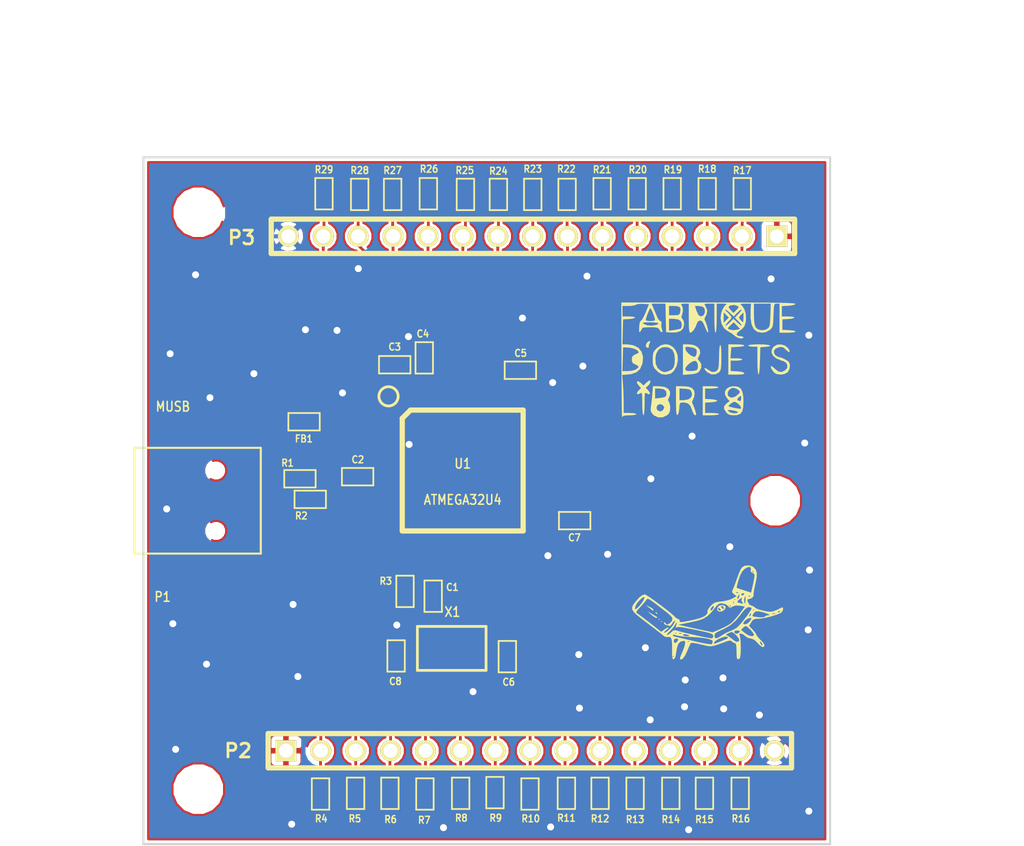
<source format=kicad_pcb>
(kicad_pcb (version 3) (host pcbnew "(2013-dec-23)-stable")
  (title_block (title "Borne Arcade FOL ATMega") (rev 0.1) (company "Fabrique d'Objets Libres - Techno-Innov") (comment 1 "Licence : CC-By-SA") (comment 2 "Author : Nathael Pajani - nathael.pajani@techno-innov.fr"))
  (layers (15 F.Cu signal) (0 B.Cu signal) (18 B.Paste user) (19 F.Paste user) (20 B.SilkS user) (21 F.SilkS user) (22 B.Mask user) (23 F.Mask user) (28 Edge.Cuts user))
  (net 0 "")
  (net 1 /+5V)
  (net 2 /+5V_USB)
  (net 3 /D+)
  (net 4 /D+_USB)
  (net 5 /D-)
  (net 6 /D-_USB)
  (net 7 DGND)
  (net 8 N-000001)
  (net 9 N-0000010)
  (net 10 N-0000011)
  (net 11 N-0000012)
  (net 12 N-0000013)
  (net 13 N-0000014)
  (net 14 N-0000015)
  (net 15 N-000002)
  (net 16 N-0000021)
  (net 17 N-0000022)
  (net 18 N-0000023)
  (net 19 N-0000024)
  (net 20 N-0000025)
  (net 21 N-0000026)
  (net 22 N-0000027)
  (net 23 N-0000028)
  (net 24 N-0000029)
  (net 25 N-000003)
  (net 26 N-0000030)
  (net 27 N-0000031)
  (net 28 N-0000032)
  (net 29 N-0000033)
  (net 30 N-0000034)
  (net 31 N-0000035)
  (net 32 N-0000036)
  (net 33 N-000004)
  (net 34 N-000005)
  (net 35 N-000006)
  (net 36 N-000007)
  (net 37 N-000008)
  (net 38 N-000009)
  (module TQFP44 (layer F.Cu) (at 303.25 142.8)
    (fp_text reference U1 (at 0 -0.50038) (layer F.SilkS) (effects (font (size 0.7 0.6) (thickness 0.11))))
    (fp_text value ATMEGA32U4 (at 0 2.1336) (layer F.SilkS) (effects (font (size 0.7 0.6) (thickness 0.11))))
    (pad 44 smd rect (at -4 -5.5) (size 0.35 1) (layers F.Cu F.Paste F.Mask) (net 1 /+5V))
    (pad 43 smd rect (at -3.2 -5.5) (size 0.35 1) (layers F.Cu F.Paste F.Mask) (net 7 DGND))
    (pad 42 smd rect (at -2.4 -5.5) (size 0.35 1) (layers F.Cu F.Paste F.Mask) (net 32 N-0000036))
    (pad 41 smd rect (at -1.6 -5.5) (size 0.35 1) (layers F.Cu F.Paste F.Mask) (net 17 N-0000022))
    (pad 35 smd rect (at 3.2 -5.5) (size 0.35 1) (layers F.Cu F.Paste F.Mask) (net 7 DGND))
    (pad 36 smd rect (at 2.4 -5.5) (size 0.35 1) (layers F.Cu F.Paste F.Mask) (net 9 N-0000010))
    (pad 37 smd rect (at 1.6 -5.5) (size 0.35 1) (layers F.Cu F.Paste F.Mask) (net 38 N-000009))
    (pad 38 smd rect (at 0.8 -5.5) (size 0.35 1) (layers F.Cu F.Paste F.Mask) (net 37 N-000008))
    (pad 39 smd rect (at 0 -5.5) (size 0.35 1) (layers F.Cu F.Paste F.Mask) (net 36 N-000007))
    (pad 40 smd rect (at -0.8 -5.5) (size 0.35 1) (layers F.Cu F.Paste F.Mask) (net 35 N-000006))
    (pad 34 smd rect (at 4 -5.5) (size 0.35 1) (layers F.Cu F.Paste F.Mask) (net 1 /+5V))
    (pad 33 smd rect (at 5.5 -4) (size 1 0.35) (layers F.Cu F.Paste F.Mask) (net 10 N-0000011))
    (pad 32 smd rect (at 5.5 -3.2) (size 1 0.35) (layers F.Cu F.Paste F.Mask) (net 34 N-000005))
    (pad 31 smd rect (at 5.5 -2.4) (size 1 0.35) (layers F.Cu F.Paste F.Mask) (net 11 N-0000012))
    (pad 16 smd rect (at -0.8 5.5) (size 0.35 1) (layers F.Cu F.Paste F.Mask) (net 8 N-000001))
    (pad 15 smd rect (at -1.6 5.5) (size 0.35 1) (layers F.Cu F.Paste F.Mask) (net 7 DGND))
    (pad 14 smd rect (at -2.4 5.5) (size 0.35 1) (layers F.Cu F.Paste F.Mask) (net 1 /+5V))
    (pad 13 smd rect (at -3.2 5.5) (size 0.35 1) (layers F.Cu F.Paste F.Mask) (net 25 N-000003))
    (pad 12 smd rect (at -4 5.5) (size 0.35 1) (layers F.Cu F.Paste F.Mask) (net 22 N-0000027))
    (pad 17 smd rect (at 0 5.5) (size 0.35 1) (layers F.Cu F.Paste F.Mask) (net 15 N-000002))
    (pad 18 smd rect (at 0.8 5.5) (size 0.35 1) (layers F.Cu F.Paste F.Mask) (net 21 N-0000026))
    (pad 19 smd rect (at 1.6 5.5) (size 0.35 1) (layers F.Cu F.Paste F.Mask) (net 20 N-0000025))
    (pad 20 smd rect (at 2.4 5.5) (size 0.35 1) (layers F.Cu F.Paste F.Mask) (net 19 N-0000024))
    (pad 21 smd rect (at 3.2 5.5) (size 0.35 1) (layers F.Cu F.Paste F.Mask) (net 18 N-0000023))
    (pad 6 smd rect (at -5.5 0) (size 1 0.35) (layers F.Cu F.Paste F.Mask) (net 33 N-000004))
    (pad 25 smd rect (at 5.5 2.4) (size 1 0.35) (layers F.Cu F.Paste F.Mask) (net 31 N-0000035))
    (pad 7 smd rect (at -5.5 0.8) (size 1 0.35) (layers F.Cu F.Paste F.Mask) (net 1 /+5V))
    (pad 24 smd rect (at 5.5 3.2) (size 1 0.35) (layers F.Cu F.Paste F.Mask) (net 1 /+5V))
    (pad 23 smd rect (at 5.5 4) (size 1 0.35) (layers F.Cu F.Paste F.Mask) (net 7 DGND))
    (pad 8 smd rect (at -5.5 1.6) (size 1 0.35) (layers F.Cu F.Paste F.Mask) (net 27 N-0000031))
    (pad 9 smd rect (at -5.5 2.4) (size 1 0.35) (layers F.Cu F.Paste F.Mask) (net 26 N-0000030))
    (pad 10 smd rect (at -5.5 3.2) (size 1 0.35) (layers F.Cu F.Paste F.Mask) (net 24 N-0000029))
    (pad 11 smd rect (at -5.5 4) (size 1 0.35) (layers F.Cu F.Paste F.Mask) (net 23 N-0000028))
    (pad 22 smd rect (at 4 5.5) (size 0.35 1) (layers F.Cu F.Paste F.Mask) (net 28 N-0000032))
    (pad 26 smd rect (at 5.5 1.6) (size 1 0.35) (layers F.Cu F.Paste F.Mask) (net 30 N-0000034))
    (pad 5 smd rect (at -5.5 -0.8) (size 1 0.35) (layers F.Cu F.Paste F.Mask) (net 7 DGND))
    (pad 4 smd rect (at -5.5 -1.6) (size 1 0.35) (layers F.Cu F.Paste F.Mask) (net 3 /D+))
    (pad 27 smd rect (at 5.5 0.8) (size 1 0.35) (layers F.Cu F.Paste F.Mask) (net 29 N-0000033))
    (pad 28 smd rect (at 5.5 0) (size 1 0.35) (layers F.Cu F.Paste F.Mask) (net 14 N-0000015))
    (pad 3 smd rect (at -5.5 -2.4) (size 1 0.35) (layers F.Cu F.Paste F.Mask) (net 5 /D-))
    (pad 2 smd rect (at -5.5 -3.2) (size 1 0.35) (layers F.Cu F.Paste F.Mask) (net 1 /+5V))
    (pad 29 smd rect (at 5.5 -0.8) (size 1 0.35) (layers F.Cu F.Paste F.Mask) (net 13 N-0000014))
    (pad 30 smd rect (at 5.5 -1.6) (size 1 0.35) (layers F.Cu F.Paste F.Mask) (net 12 N-0000013))
    (pad 1 smd rect (at -5.5 -4) (size 1 0.35) (layers F.Cu F.Paste F.Mask) (net 16 N-0000021))
  )
  (module SM0603 (layer F.Cu) (at 313.4 122.65 270)
    (fp_text reference R21 (at -1.75 0 360) (layer F.SilkS) (effects (font (size 0.508 0.4572) (thickness 0.09906))))
    (fp_text value 100K hide)
    (pad 1 smd rect (at -0.762 0 270) (size 0.635 1.143) (layers F.Cu F.Paste F.Mask) (net 1 /+5V))
    (pad 2 smd rect (at 0.762 0 270) (size 0.635 1.143) (layers F.Cu F.Paste F.Mask) (net 34 N-000005))
  )
  (module SM0603 (layer F.Cu) (at 310.8 166.3 90)
    (fp_text reference R11 (at -1.8 0 180) (layer F.SilkS) (effects (font (size 0.508 0.4572) (thickness 0.09906))))
    (fp_text value 100K hide)
    (pad 1 smd rect (at -0.762 0 90) (size 0.635 1.143) (layers F.Cu F.Paste F.Mask) (net 1 /+5V))
    (pad 2 smd rect (at 0.762 0 90) (size 0.635 1.143) (layers F.Cu F.Paste F.Mask) (net 19 N-0000024))
  )
  (module SM0603 (layer F.Cu) (at 313.25 166.3 90)
    (fp_text reference R12 (at -1.85 0 180) (layer F.SilkS) (effects (font (size 0.508 0.4572) (thickness 0.09906))))
    (fp_text value 100K hide)
    (pad 1 smd rect (at -0.762 0 90) (size 0.635 1.143) (layers F.Cu F.Paste F.Mask) (net 1 /+5V))
    (pad 2 smd rect (at 0.762 0 90) (size 0.635 1.143) (layers F.Cu F.Paste F.Mask) (net 18 N-0000023))
  )
  (module SM0603 (layer F.Cu) (at 315.8 166.3 90)
    (fp_text reference R13 (at -1.9 0 180) (layer F.SilkS) (effects (font (size 0.508 0.4572) (thickness 0.09906))))
    (fp_text value 100K hide)
    (pad 1 smd rect (at -0.762 0 90) (size 0.635 1.143) (layers F.Cu F.Paste F.Mask) (net 1 /+5V))
    (pad 2 smd rect (at 0.762 0 90) (size 0.635 1.143) (layers F.Cu F.Paste F.Mask) (net 28 N-0000032))
  )
  (module SM0603 (layer F.Cu) (at 318.4 166.3 90)
    (fp_text reference R14 (at -1.9 0 180) (layer F.SilkS) (effects (font (size 0.508 0.4572) (thickness 0.09906))))
    (fp_text value 100K hide)
    (pad 1 smd rect (at -0.762 0 90) (size 0.635 1.143) (layers F.Cu F.Paste F.Mask) (net 1 /+5V))
    (pad 2 smd rect (at 0.762 0 90) (size 0.635 1.143) (layers F.Cu F.Paste F.Mask) (net 31 N-0000035))
  )
  (module SM0603 (layer F.Cu) (at 320.85 166.3 90)
    (fp_text reference R15 (at -1.9 0 180) (layer F.SilkS) (effects (font (size 0.508 0.4572) (thickness 0.09906))))
    (fp_text value 100K hide)
    (pad 1 smd rect (at -0.762 0 90) (size 0.635 1.143) (layers F.Cu F.Paste F.Mask) (net 1 /+5V))
    (pad 2 smd rect (at 0.762 0 90) (size 0.635 1.143) (layers F.Cu F.Paste F.Mask) (net 30 N-0000034))
  )
  (module SM0603 (layer F.Cu) (at 323.45 166.3 90)
    (fp_text reference R16 (at -1.85 0.05 180) (layer F.SilkS) (effects (font (size 0.508 0.4572) (thickness 0.09906))))
    (fp_text value 100K hide)
    (pad 1 smd rect (at -0.762 0 90) (size 0.635 1.143) (layers F.Cu F.Paste F.Mask) (net 1 /+5V))
    (pad 2 smd rect (at 0.762 0 90) (size 0.635 1.143) (layers F.Cu F.Paste F.Mask) (net 29 N-0000033))
  )
  (module SM0603 (layer F.Cu) (at 323.6 122.65 270)
    (fp_text reference R17 (at -1.7 0 360) (layer F.SilkS) (effects (font (size 0.508 0.4572) (thickness 0.09906))))
    (fp_text value 100K hide)
    (pad 1 smd rect (at -0.762 0 270) (size 0.635 1.143) (layers F.Cu F.Paste F.Mask) (net 1 /+5V))
    (pad 2 smd rect (at 0.762 0 270) (size 0.635 1.143) (layers F.Cu F.Paste F.Mask) (net 14 N-0000015))
  )
  (module SM0603 (layer F.Cu) (at 321.05 122.65 270)
    (fp_text reference R18 (at -1.8 0 360) (layer F.SilkS) (effects (font (size 0.508 0.4572) (thickness 0.09906))))
    (fp_text value 100K hide)
    (pad 1 smd rect (at -0.762 0 270) (size 0.635 1.143) (layers F.Cu F.Paste F.Mask) (net 1 /+5V))
    (pad 2 smd rect (at 0.762 0 270) (size 0.635 1.143) (layers F.Cu F.Paste F.Mask) (net 13 N-0000014))
  )
  (module SM0603 (layer F.Cu) (at 318.5 122.65 270)
    (fp_text reference R19 (at -1.75 -0.05 360) (layer F.SilkS) (effects (font (size 0.508 0.4572) (thickness 0.09906))))
    (fp_text value 100K hide)
    (pad 1 smd rect (at -0.762 0 270) (size 0.635 1.143) (layers F.Cu F.Paste F.Mask) (net 1 /+5V))
    (pad 2 smd rect (at 0.762 0 270) (size 0.635 1.143) (layers F.Cu F.Paste F.Mask) (net 12 N-0000013))
  )
  (module SM0603 (layer F.Cu) (at 315.95 122.65 270)
    (fp_text reference R20 (at -1.75 -0.05 360) (layer F.SilkS) (effects (font (size 0.508 0.4572) (thickness 0.09906))))
    (fp_text value 100K hide)
    (pad 1 smd rect (at -0.762 0 270) (size 0.635 1.143) (layers F.Cu F.Paste F.Mask) (net 1 /+5V))
    (pad 2 smd rect (at 0.762 0 270) (size 0.635 1.143) (layers F.Cu F.Paste F.Mask) (net 11 N-0000012))
  )
  (module SM0603 (layer F.Cu) (at 292.9 166.35 90)
    (fp_text reference R4 (at -1.8 0.05 180) (layer F.SilkS) (effects (font (size 0.508 0.4572) (thickness 0.09906))))
    (fp_text value 100K hide)
    (pad 1 smd rect (at -0.762 0 90) (size 0.635 1.143) (layers F.Cu F.Paste F.Mask) (net 1 /+5V))
    (pad 2 smd rect (at 0.762 0 90) (size 0.635 1.143) (layers F.Cu F.Paste F.Mask) (net 27 N-0000031))
  )
  (module SM0603 (layer F.Cu) (at 310.85 122.7 270)
    (fp_text reference R22 (at -1.85 0.05 360) (layer F.SilkS) (effects (font (size 0.508 0.4572) (thickness 0.09906))))
    (fp_text value 100K hide)
    (pad 1 smd rect (at -0.762 0 270) (size 0.635 1.143) (layers F.Cu F.Paste F.Mask) (net 1 /+5V))
    (pad 2 smd rect (at 0.762 0 270) (size 0.635 1.143) (layers F.Cu F.Paste F.Mask) (net 10 N-0000011))
  )
  (module SM0603 (layer F.Cu) (at 308.35 122.7 270)
    (fp_text reference R23 (at -1.85 0 360) (layer F.SilkS) (effects (font (size 0.508 0.4572) (thickness 0.09906))))
    (fp_text value 100K hide)
    (pad 1 smd rect (at -0.762 0 270) (size 0.635 1.143) (layers F.Cu F.Paste F.Mask) (net 1 /+5V))
    (pad 2 smd rect (at 0.762 0 270) (size 0.635 1.143) (layers F.Cu F.Paste F.Mask) (net 9 N-0000010))
  )
  (module SM0603 (layer F.Cu) (at 305.85 122.7 270)
    (fp_text reference R24 (at -1.7 0 360) (layer F.SilkS) (effects (font (size 0.508 0.4572) (thickness 0.09906))))
    (fp_text value 100K hide)
    (pad 1 smd rect (at -0.762 0 270) (size 0.635 1.143) (layers F.Cu F.Paste F.Mask) (net 1 /+5V))
    (pad 2 smd rect (at 0.762 0 270) (size 0.635 1.143) (layers F.Cu F.Paste F.Mask) (net 38 N-000009))
  )
  (module SM0603 (layer F.Cu) (at 303.45 122.7 270)
    (fp_text reference R25 (at -1.75 0.05 360) (layer F.SilkS) (effects (font (size 0.508 0.4572) (thickness 0.09906))))
    (fp_text value 100K hide)
    (pad 1 smd rect (at -0.762 0 270) (size 0.635 1.143) (layers F.Cu F.Paste F.Mask) (net 1 /+5V))
    (pad 2 smd rect (at 0.762 0 270) (size 0.635 1.143) (layers F.Cu F.Paste F.Mask) (net 37 N-000008))
  )
  (module SM0603 (layer F.Cu) (at 300.75 122.65 270)
    (fp_text reference R26 (at -1.8 -0.05 360) (layer F.SilkS) (effects (font (size 0.508 0.4572) (thickness 0.09906))))
    (fp_text value 100K hide)
    (pad 1 smd rect (at -0.762 0 270) (size 0.635 1.143) (layers F.Cu F.Paste F.Mask) (net 1 /+5V))
    (pad 2 smd rect (at 0.762 0 270) (size 0.635 1.143) (layers F.Cu F.Paste F.Mask) (net 36 N-000007))
  )
  (module SM0603 (layer F.Cu) (at 298.15 122.7 270)
    (fp_text reference R27 (at -1.75 0 360) (layer F.SilkS) (effects (font (size 0.508 0.4572) (thickness 0.09906))))
    (fp_text value 100K hide)
    (pad 1 smd rect (at -0.762 0 270) (size 0.635 1.143) (layers F.Cu F.Paste F.Mask) (net 1 /+5V))
    (pad 2 smd rect (at 0.762 0 270) (size 0.635 1.143) (layers F.Cu F.Paste F.Mask) (net 35 N-000006))
  )
  (module SM0603 (layer F.Cu) (at 295.75 122.7 270)
    (fp_text reference R28 (at -1.75 0 360) (layer F.SilkS) (effects (font (size 0.508 0.4572) (thickness 0.09906))))
    (fp_text value 100K hide)
    (pad 1 smd rect (at -0.762 0 270) (size 0.635 1.143) (layers F.Cu F.Paste F.Mask) (net 1 /+5V))
    (pad 2 smd rect (at 0.762 0 270) (size 0.635 1.143) (layers F.Cu F.Paste F.Mask) (net 17 N-0000022))
  )
  (module SM0603 (layer F.Cu) (at 293.15 122.65 270)
    (fp_text reference R29 (at -1.75 0 360) (layer F.SilkS) (effects (font (size 0.508 0.4572) (thickness 0.09906))))
    (fp_text value 100K hide)
    (pad 1 smd rect (at -0.762 0 270) (size 0.635 1.143) (layers F.Cu F.Paste F.Mask) (net 1 /+5V))
    (pad 2 smd rect (at 0.762 0 270) (size 0.635 1.143) (layers F.Cu F.Paste F.Mask) (net 16 N-0000021))
  )
  (module SM0603 (layer F.Cu) (at 305.6 166.25 90)
    (fp_text reference R9 (at -1.85 0.05 180) (layer F.SilkS) (effects (font (size 0.508 0.4572) (thickness 0.09906))))
    (fp_text value 100K hide)
    (pad 1 smd rect (at -0.762 0 90) (size 0.635 1.143) (layers F.Cu F.Paste F.Mask) (net 1 /+5V))
    (pad 2 smd rect (at 0.762 0 90) (size 0.635 1.143) (layers F.Cu F.Paste F.Mask) (net 21 N-0000026))
  )
  (module SM0603 (layer F.Cu) (at 291.7 139.25)
    (fp_text reference FB1 (at -0.01524 1.23952) (layer F.SilkS) (effects (font (size 0.508 0.4572) (thickness 0.09906))))
    (fp_text value FILTER hide)
    (pad 1 smd rect (at -0.762 0) (size 0.635 1.143) (layers F.Cu F.Paste F.Mask) (net 2 /+5V_USB))
    (pad 2 smd rect (at 0.762 0) (size 0.635 1.143) (layers F.Cu F.Paste F.Mask) (net 1 /+5V))
  )
  (module SM0603 (layer F.Cu) (at 300.45 134.6 90)
    (fp_text reference C4 (at 1.75 -0.1 180) (layer F.SilkS) (effects (font (size 0.508 0.4572) (thickness 0.09906))))
    (fp_text value 100nF hide)
    (pad 1 smd rect (at -0.762 0 90) (size 0.635 1.143) (layers F.Cu F.Paste F.Mask) (net 32 N-0000036))
    (pad 2 smd rect (at 0.762 0 90) (size 0.635 1.143) (layers F.Cu F.Paste F.Mask) (net 7 DGND))
  )
  (module SM0603 (layer F.Cu) (at 291.4 143.4)
    (fp_text reference R1 (at -0.9 -1.15) (layer F.SilkS) (effects (font (size 0.508 0.4572) (thickness 0.09906))))
    (fp_text value 22 hide)
    (pad 1 smd rect (at -0.762 0) (size 0.635 1.143) (layers F.Cu F.Paste F.Mask) (net 6 /D-_USB))
    (pad 2 smd rect (at 0.762 0) (size 0.635 1.143) (layers F.Cu F.Paste F.Mask) (net 5 /D-))
  )
  (module SM0603 (layer F.Cu) (at 292.15 144.9)
    (fp_text reference R2 (at -0.65 1.2) (layer F.SilkS) (effects (font (size 0.508 0.4572) (thickness 0.09906))))
    (fp_text value 22 hide)
    (pad 1 smd rect (at -0.762 0) (size 0.635 1.143) (layers F.Cu F.Paste F.Mask) (net 4 /D+_USB))
    (pad 2 smd rect (at 0.762 0) (size 0.635 1.143) (layers F.Cu F.Paste F.Mask) (net 3 /D+))
  )
  (module SM0603 (layer F.Cu) (at 306.5 156.35 270)
    (fp_text reference C6 (at 1.85 -0.1 360) (layer F.SilkS) (effects (font (size 0.508 0.4572) (thickness 0.09906))))
    (fp_text value 22pF hide)
    (pad 1 smd rect (at -0.762 0 270) (size 0.635 1.143) (layers F.Cu F.Paste F.Mask) (net 15 N-000002))
    (pad 2 smd rect (at 0.762 0 270) (size 0.635 1.143) (layers F.Cu F.Paste F.Mask) (net 7 DGND))
  )
  (module SM0603 (layer F.Cu) (at 298.4 156.3 90)
    (fp_text reference C8 (at -1.85 -0.05 180) (layer F.SilkS) (effects (font (size 0.508 0.4572) (thickness 0.09906))))
    (fp_text value 22pF hide)
    (pad 1 smd rect (at -0.762 0 90) (size 0.635 1.143) (layers F.Cu F.Paste F.Mask) (net 8 N-000001))
    (pad 2 smd rect (at 0.762 0 90) (size 0.635 1.143) (layers F.Cu F.Paste F.Mask) (net 7 DGND))
  )
  (module SM0603 (layer F.Cu) (at 295.6 143.25 180)
    (fp_text reference C2 (at -0.01524 1.23952 180) (layer F.SilkS) (effects (font (size 0.508 0.4572) (thickness 0.09906))))
    (fp_text value 1uF hide)
    (pad 1 smd rect (at -0.762 0 180) (size 0.635 1.143) (layers F.Cu F.Paste F.Mask) (net 33 N-000004))
    (pad 2 smd rect (at 0.762 0 180) (size 0.635 1.143) (layers F.Cu F.Paste F.Mask) (net 7 DGND))
  )
  (module SM0603 (layer F.Cu) (at 299.05 151.6 90)
    (fp_text reference R3 (at 0.75 -1.4 180) (layer F.SilkS) (effects (font (size 0.508 0.4572) (thickness 0.09906))))
    (fp_text value 10K hide)
    (pad 1 smd rect (at -0.762 0 90) (size 0.635 1.143) (layers F.Cu F.Paste F.Mask) (net 1 /+5V))
    (pad 2 smd rect (at 0.762 0 90) (size 0.635 1.143) (layers F.Cu F.Paste F.Mask) (net 25 N-000003))
  )
  (module SM0603 (layer F.Cu) (at 298.3 135.1)
    (fp_text reference C3 (at 0 -1.3) (layer F.SilkS) (effects (font (size 0.508 0.4572) (thickness 0.09906))))
    (fp_text value 100nF hide)
    (pad 1 smd rect (at -0.762 0) (size 0.635 1.143) (layers F.Cu F.Paste F.Mask) (net 1 /+5V))
    (pad 2 smd rect (at 0.762 0) (size 0.635 1.143) (layers F.Cu F.Paste F.Mask) (net 7 DGND))
  )
  (module SM0603 (layer F.Cu) (at 307.45 135.5 180)
    (fp_text reference C5 (at -0.01524 1.23952 180) (layer F.SilkS) (effects (font (size 0.508 0.4572) (thickness 0.09906))))
    (fp_text value 1uF hide)
    (pad 1 smd rect (at -0.762 0 180) (size 0.635 1.143) (layers F.Cu F.Paste F.Mask) (net 1 /+5V))
    (pad 2 smd rect (at 0.762 0 180) (size 0.635 1.143) (layers F.Cu F.Paste F.Mask) (net 7 DGND))
  )
  (module SM0603 (layer F.Cu) (at 311.4 146.45)
    (fp_text reference C7 (at -0.01524 1.23952) (layer F.SilkS) (effects (font (size 0.508 0.4572) (thickness 0.09906))))
    (fp_text value 10uF hide)
    (pad 1 smd rect (at -0.762 0) (size 0.635 1.143) (layers F.Cu F.Paste F.Mask) (net 1 /+5V))
    (pad 2 smd rect (at 0.762 0) (size 0.635 1.143) (layers F.Cu F.Paste F.Mask) (net 7 DGND))
  )
  (module SM0603 (layer F.Cu) (at 301.1 151.95 270)
    (fp_text reference C1 (at -0.65 -1.4 360) (layer F.SilkS) (effects (font (size 0.508 0.4572) (thickness 0.09906))))
    (fp_text value 100nF hide)
    (pad 1 smd rect (at -0.762 0 270) (size 0.635 1.143) (layers F.Cu F.Paste F.Mask) (net 1 /+5V))
    (pad 2 smd rect (at 0.762 0 270) (size 0.635 1.143) (layers F.Cu F.Paste F.Mask) (net 7 DGND))
  )
  (module SM0603 (layer F.Cu) (at 295.45 166.3 90)
    (fp_text reference R5 (at -1.85 -0.05 180) (layer F.SilkS) (effects (font (size 0.508 0.4572) (thickness 0.09906))))
    (fp_text value 100K hide)
    (pad 1 smd rect (at -0.762 0 90) (size 0.635 1.143) (layers F.Cu F.Paste F.Mask) (net 1 /+5V))
    (pad 2 smd rect (at 0.762 0 90) (size 0.635 1.143) (layers F.Cu F.Paste F.Mask) (net 26 N-0000030))
  )
  (module SM0603 (layer F.Cu) (at 297.95 166.3 90)
    (fp_text reference R6 (at -1.9 0.05 180) (layer F.SilkS) (effects (font (size 0.508 0.4572) (thickness 0.09906))))
    (fp_text value 100K hide)
    (pad 1 smd rect (at -0.762 0 90) (size 0.635 1.143) (layers F.Cu F.Paste F.Mask) (net 1 /+5V))
    (pad 2 smd rect (at 0.762 0 90) (size 0.635 1.143) (layers F.Cu F.Paste F.Mask) (net 24 N-0000029))
  )
  (module SM0603 (layer F.Cu) (at 300.5 166.35 90)
    (fp_text reference R7 (at -1.9 -0.05 180) (layer F.SilkS) (effects (font (size 0.508 0.4572) (thickness 0.09906))))
    (fp_text value 100K hide)
    (pad 1 smd rect (at -0.762 0 90) (size 0.635 1.143) (layers F.Cu F.Paste F.Mask) (net 1 /+5V))
    (pad 2 smd rect (at 0.762 0 90) (size 0.635 1.143) (layers F.Cu F.Paste F.Mask) (net 23 N-0000028))
  )
  (module SM0603 (layer F.Cu) (at 303.1 166.3 90)
    (fp_text reference R8 (at -1.8 0.05 180) (layer F.SilkS) (effects (font (size 0.508 0.4572) (thickness 0.09906))))
    (fp_text value 100K hide)
    (pad 1 smd rect (at -0.762 0 90) (size 0.635 1.143) (layers F.Cu F.Paste F.Mask) (net 1 /+5V))
    (pad 2 smd rect (at 0.762 0 90) (size 0.635 1.143) (layers F.Cu F.Paste F.Mask) (net 22 N-0000027))
  )
  (module SM0603 (layer F.Cu) (at 308.15 166.35 90)
    (fp_text reference R10 (at -1.8 0.05 180) (layer F.SilkS) (effects (font (size 0.508 0.4572) (thickness 0.09906))))
    (fp_text value 100K hide)
    (pad 1 smd rect (at -0.762 0 90) (size 0.635 1.143) (layers F.Cu F.Paste F.Mask) (net 1 /+5V))
    (pad 2 smd rect (at 0.762 0 90) (size 0.635 1.143) (layers F.Cu F.Paste F.Mask) (net 20 N-0000025))
  )
  (module LOGO_FOL (layer F.Cu) (at 321.15 134.8)
    (fp_text reference G2 hide)
    (fp_text value LOGO_FOL hide)
  )
  (module LOGO_135 (layer F.Cu) (at 320.9 153)
    (fp_text reference G1 hide)
    (fp_text value LOGO hide)
  )
  (module USB_Mini (layer F.Cu) (at 282.3 145 270)
    (fp_text reference P1 (at 7 0.9 360) (layer F.SilkS) (effects (font (size 0.7 0.6) (thickness 0.11))))
    (fp_text value MUSB (at -6.85 0.15 360) (layer F.SilkS) (effects (font (size 0.7 0.6) (thickness 0.11))))
    (pad 5 smd rect (at -4.45 -5.5 90) (size 2 2.5) (layers F.Cu F.Paste F.Mask) (net 7 DGND))
    (pad 5 smd rect (at 4.45 -5.5 90) (size 2 2.5) (layers F.Cu F.Paste F.Mask) (net 7 DGND))
    (pad 5 smd rect (at -4.45 0 90) (size 2 2.5) (layers F.Cu F.Paste F.Mask) (net 7 DGND))
    (pad 5 smd rect (at 4.45 0 90) (size 2 2.5) (layers F.Cu F.Paste F.Mask) (net 7 DGND))
    (pad "" np_thru_hole circle (at 2.2 -3 90) (size 0.9 0.9) (drill 0.9) (layers *.Cu *.Mask F.SilkS))
    (pad "" np_thru_hole circle (at -2.2 -3 90) (size 0.9 0.9) (drill 0.9) (layers *.Cu *.Mask F.SilkS))
    (pad 3 smd rect (at 0 -5.6 90) (size 0.5 2.3) (layers F.Cu F.Paste F.Mask) (net 4 /D+_USB))
    (pad 2 smd rect (at -0.8 -5.6 90) (size 0.5 2.3) (layers F.Cu F.Paste F.Mask) (net 6 /D-_USB))
    (pad 1 smd rect (at -1.6 -5.6 90) (size 0.5 2.3) (layers F.Cu F.Paste F.Mask) (net 2 /+5V_USB))
    (pad 4 smd rect (at 0.8 -5.6 90) (size 0.5 2.3) (layers F.Cu F.Paste F.Mask) (net 7 DGND))
    (pad 5 smd rect (at 1.6 -5.6 90) (size 0.5 2.3) (layers F.Cu F.Paste F.Mask) (net 7 DGND))
  )
  (module pin_array_15x1 (layer F.Cu) (at 304.35 163.2)
    (fp_text reference P2 (at -17.45 0) (layer F.SilkS) (effects (font (thickness 0.2))))
    (fp_text value CONN_15 hide)
    (pad 15 thru_hole circle (at 21.59 0) (size 1.524 1.524) (drill 1.016) (layers *.Cu *.Mask F.SilkS) (net 7 DGND))
    (pad 14 thru_hole circle (at 19.05 0) (size 1.524 1.524) (drill 1.016) (layers *.Cu *.Mask F.SilkS) (net 29 N-0000033))
    (pad 13 thru_hole circle (at 16.51 0) (size 1.524 1.524) (drill 1.016) (layers *.Cu *.Mask F.SilkS) (net 30 N-0000034))
    (pad 1 thru_hole rect (at -13.97 0) (size 1.524 1.524) (drill 1.016) (layers *.Cu *.Mask F.SilkS) (net 1 /+5V))
    (pad 2 thru_hole circle (at -11.43 0) (size 1.524 1.524) (drill 1.016) (layers *.Cu *.Mask F.SilkS) (net 27 N-0000031))
    (pad 3 thru_hole circle (at -8.89 0) (size 1.524 1.524) (drill 1.016) (layers *.Cu *.Mask F.SilkS) (net 26 N-0000030))
    (pad 4 thru_hole circle (at -6.35 0) (size 1.524 1.524) (drill 1.016) (layers *.Cu *.Mask F.SilkS) (net 24 N-0000029))
    (pad 5 thru_hole circle (at -3.81 0) (size 1.524 1.524) (drill 1.016) (layers *.Cu *.Mask F.SilkS) (net 23 N-0000028))
    (pad 6 thru_hole circle (at -1.27 0) (size 1.524 1.524) (drill 1.016) (layers *.Cu *.Mask F.SilkS) (net 22 N-0000027))
    (pad 7 thru_hole circle (at 1.27 0) (size 1.524 1.524) (drill 1.016) (layers *.Cu *.Mask F.SilkS) (net 21 N-0000026))
    (pad 8 thru_hole circle (at 3.81 0) (size 1.524 1.524) (drill 1.016) (layers *.Cu *.Mask F.SilkS) (net 20 N-0000025))
    (pad 9 thru_hole circle (at 6.35 0) (size 1.524 1.524) (drill 1.016) (layers *.Cu *.Mask F.SilkS) (net 19 N-0000024))
    (pad 10 thru_hole circle (at 8.89 0) (size 1.524 1.524) (drill 1.016) (layers *.Cu *.Mask F.SilkS) (net 18 N-0000023))
    (pad 11 thru_hole circle (at 11.43 0) (size 1.524 1.524) (drill 1.016) (layers *.Cu *.Mask F.SilkS) (net 28 N-0000032))
    (pad 12 thru_hole circle (at 13.97 0) (size 1.524 1.524) (drill 1.016) (layers *.Cu *.Mask F.SilkS) (net 31 N-0000035))
  )
  (module pin_array_15x1 (layer F.Cu) (at 312.15 125.75 180)
    (fp_text reference P3 (at 25 -0.1 180) (layer F.SilkS) (effects (font (thickness 0.2))))
    (fp_text value CONN_15 hide)
    (pad 15 thru_hole circle (at 21.59 0 180) (size 1.524 1.524) (drill 1.016) (layers *.Cu *.Mask F.SilkS) (net 7 DGND))
    (pad 14 thru_hole circle (at 19.05 0 180) (size 1.524 1.524) (drill 1.016) (layers *.Cu *.Mask F.SilkS) (net 16 N-0000021))
    (pad 13 thru_hole circle (at 16.51 0 180) (size 1.524 1.524) (drill 1.016) (layers *.Cu *.Mask F.SilkS) (net 17 N-0000022))
    (pad 1 thru_hole rect (at -13.97 0 180) (size 1.524 1.524) (drill 1.016) (layers *.Cu *.Mask F.SilkS) (net 1 /+5V))
    (pad 2 thru_hole circle (at -11.43 0 180) (size 1.524 1.524) (drill 1.016) (layers *.Cu *.Mask F.SilkS) (net 14 N-0000015))
    (pad 3 thru_hole circle (at -8.89 0 180) (size 1.524 1.524) (drill 1.016) (layers *.Cu *.Mask F.SilkS) (net 13 N-0000014))
    (pad 4 thru_hole circle (at -6.35 0 180) (size 1.524 1.524) (drill 1.016) (layers *.Cu *.Mask F.SilkS) (net 12 N-0000013))
    (pad 5 thru_hole circle (at -3.81 0 180) (size 1.524 1.524) (drill 1.016) (layers *.Cu *.Mask F.SilkS) (net 11 N-0000012))
    (pad 6 thru_hole circle (at -1.27 0 180) (size 1.524 1.524) (drill 1.016) (layers *.Cu *.Mask F.SilkS) (net 34 N-000005))
    (pad 7 thru_hole circle (at 1.27 0 180) (size 1.524 1.524) (drill 1.016) (layers *.Cu *.Mask F.SilkS) (net 10 N-0000011))
    (pad 8 thru_hole circle (at 3.81 0 180) (size 1.524 1.524) (drill 1.016) (layers *.Cu *.Mask F.SilkS) (net 9 N-0000010))
    (pad 9 thru_hole circle (at 6.35 0 180) (size 1.524 1.524) (drill 1.016) (layers *.Cu *.Mask F.SilkS) (net 38 N-000009))
    (pad 10 thru_hole circle (at 8.89 0 180) (size 1.524 1.524) (drill 1.016) (layers *.Cu *.Mask F.SilkS) (net 37 N-000008))
    (pad 11 thru_hole circle (at 11.43 0 180) (size 1.524 1.524) (drill 1.016) (layers *.Cu *.Mask F.SilkS) (net 36 N-000007))
    (pad 12 thru_hole circle (at 13.97 0 180) (size 1.524 1.524) (drill 1.016) (layers *.Cu *.Mask F.SilkS) (net 35 N-000006))
  )
  (module 7B_CMS4_Quartz (layer F.Cu) (at 302.45 155.75 180)
    (fp_text reference X1 (at -0.05 2.65 180) (layer F.SilkS) (effects (font (size 0.7 0.6) (thickness 0.11))))
    (fp_text value QUARTZ_CMS_4 hide)
    (pad 1 smd rect (at -1.85 1.1) (size 2 1.2) (layers F.Cu F.Paste F.Mask) (net 15 N-000002))
    (pad 2 smd rect (at 1.85 1.1) (size 2 1.2) (layers F.Cu F.Paste F.Mask) (net 7 DGND))
    (pad 3 smd rect (at 1.85 -1.1) (size 2 1.2) (layers F.Cu F.Paste F.Mask) (net 8 N-000001))
    (pad 4 smd rect (at -1.85 -1.1) (size 2 1.2) (layers F.Cu F.Paste F.Mask) (net 7 DGND))
  )
  (module Hole_3mm (layer F.Cu) (at 283.6 166.35)
    (fp_text reference H1 hide)
    (fp_text value HOLE_3MM hide)
    (pad "" np_thru_hole circle (at 0.4 -0.35 270) (size 3.2004 3.2004) (drill 3.2004) (layers *.Cu *.Mask F.SilkS) (clearance 0.09906))
  )
  (module Hole_3mm (layer F.Cu) (at 283.6 123.15)
    (fp_text reference H2 hide)
    (fp_text value HOLE_3MM hide)
    (pad "" np_thru_hole circle (at 0.4 0.85 270) (size 3.2004 3.2004) (drill 3.2004) (layers *.Cu *.Mask F.SilkS) (clearance 0.09906))
  )
  (module Hole_3mm (layer F.Cu) (at 325.65 144.45)
    (fp_text reference H3 hide)
    (fp_text value HOLE_3MM hide)
    (pad "" np_thru_hole circle (at 0.35 0.55 270) (size 3.2004 3.2004) (drill 3.2004) (layers *.Cu *.Mask F.SilkS) (clearance 0.09906))
  )
  (gr_line (start 280 170) (end 280 120) (angle 90) (layer Edge.Cuts) (width 0.15))
  (gr_line (start 330 170) (end 280 170) (angle 90) (layer Edge.Cuts) (width 0.15))
  (gr_line (start 330 120) (end 330 170) (angle 90) (layer Edge.Cuts) (width 0.15))
  (gr_line (start 280 120) (end 330 120) (angle 90) (layer Edge.Cuts) (width 0.15))
  (segment (start 290.938 139.25) (end 290.35 139.25) (width 0.3048) (layer F.Cu) (net 2))
  (segment (start 289.25 143.4) (end 287.9 143.4) (width 0.3048) (layer F.Cu) (net 2))
  (segment (start 289.8 142.85) (end 289.25 143.4) (width 0.3048) (layer F.Cu) (net 2))
  (segment (start 289.8 139.8) (end 289.8 142.85) (width 0.3048) (layer F.Cu) (net 2))
  (segment (start 290.35 139.25) (end 289.8 139.8) (width 0.3048) (layer F.Cu) (net 2))
  (segment (start 292.912 144.9) (end 292.912 142.488) (width 0.3048) (layer F.Cu) (net 3))
  (segment (start 294.2 141.2) (end 297.75 141.2) (width 0.3048) (layer F.Cu) (net 3))
  (segment (start 292.912 142.488) (end 294.2 141.2) (width 0.3048) (layer F.Cu) (net 3))
  (segment (start 287.9 145) (end 291.288 145) (width 0.3048) (layer F.Cu) (net 4))
  (segment (start 291.288 145) (end 291.388 144.9) (width 0.3048) (layer F.Cu) (net 4))
  (segment (start 297.75 140.4) (end 293.9 140.4) (width 0.3048) (layer F.Cu) (net 5))
  (segment (start 292.162 142.138) (end 292.162 143.4) (width 0.3048) (layer F.Cu) (net 5))
  (segment (start 293.9 140.4) (end 292.162 142.138) (width 0.3048) (layer F.Cu) (net 5))
  (segment (start 287.9 144.2) (end 290.25 144.2) (width 0.3048) (layer F.Cu) (net 6))
  (segment (start 290.638 143.812) (end 290.638 143.4) (width 0.3048) (layer F.Cu) (net 6))
  (segment (start 290.25 144.2) (end 290.638 143.812) (width 0.3048) (layer F.Cu) (net 6))
  (segment (start 299.3 133.05) (end 306.25 133.05) (width 0.3048) (layer B.Cu) (net 7))
  (via (at 328.5 150.05) (size 0.889) (layers F.Cu B.Cu) (net 7))
  (segment (start 328.5 154.3) (end 328.5 150.05) (width 0.3048) (layer F.Cu) (net 7))
  (segment (start 328.4 154.4) (end 328.5 154.3) (width 0.3048) (layer F.Cu) (net 7))
  (via (at 328.4 154.4) (size 0.889) (layers F.Cu B.Cu) (net 7))
  (segment (start 328.4 154.05) (end 328.4 154.4) (width 0.3048) (layer B.Cu) (net 7))
  (segment (start 322.7 148.35) (end 328.4 154.05) (width 0.3048) (layer B.Cu) (net 7))
  (via (at 322.7 148.35) (size 0.889) (layers F.Cu B.Cu) (net 7))
  (segment (start 321.9 148.35) (end 322.7 148.35) (width 0.3048) (layer F.Cu) (net 7))
  (segment (start 316.95 143.4) (end 321.9 148.35) (width 0.3048) (layer F.Cu) (net 7))
  (via (at 316.95 143.4) (size 0.889) (layers F.Cu B.Cu) (net 7))
  (segment (start 316.95 143.3) (end 316.95 143.4) (width 0.3048) (layer B.Cu) (net 7))
  (segment (start 319.95 140.3) (end 316.95 143.3) (width 0.3048) (layer B.Cu) (net 7))
  (via (at 319.95 140.3) (size 0.889) (layers F.Cu B.Cu) (net 7))
  (segment (start 327.65 140.3) (end 319.95 140.3) (width 0.3048) (layer F.Cu) (net 7))
  (segment (start 328.15 140.8) (end 327.65 140.3) (width 0.3048) (layer F.Cu) (net 7))
  (via (at 328.15 140.8) (size 0.889) (layers F.Cu B.Cu) (net 7))
  (segment (start 328.15 133.25) (end 328.15 140.8) (width 0.3048) (layer B.Cu) (net 7))
  (segment (start 328.45 132.95) (end 328.15 133.25) (width 0.3048) (layer B.Cu) (net 7))
  (via (at 328.45 132.95) (size 0.889) (layers F.Cu B.Cu) (net 7))
  (segment (start 328.45 131.6) (end 328.45 132.95) (width 0.3048) (layer F.Cu) (net 7))
  (segment (start 325.7 128.85) (end 328.45 131.6) (width 0.3048) (layer F.Cu) (net 7))
  (via (at 325.7 128.85) (size 0.889) (layers F.Cu B.Cu) (net 7))
  (segment (start 312.5 128.85) (end 325.7 128.85) (width 0.3048) (layer B.Cu) (net 7))
  (segment (start 312.3 128.65) (end 312.5 128.85) (width 0.3048) (layer B.Cu) (net 7))
  (via (at 312.3 128.65) (size 0.889) (layers F.Cu B.Cu) (net 7))
  (segment (start 312.3 134.9) (end 312.3 128.65) (width 0.3048) (layer F.Cu) (net 7))
  (segment (start 312 135.2) (end 312.3 134.9) (width 0.3048) (layer F.Cu) (net 7))
  (via (at 312 135.2) (size 0.889) (layers F.Cu B.Cu) (net 7))
  (segment (start 311 135.2) (end 312 135.2) (width 0.3048) (layer B.Cu) (net 7))
  (segment (start 309.8 136.4) (end 311 135.2) (width 0.3048) (layer B.Cu) (net 7))
  (via (at 309.8 136.4) (size 0.889) (layers F.Cu B.Cu) (net 7))
  (segment (start 309.85 136.35) (end 309.8 136.4) (width 0.3048) (layer F.Cu) (net 7))
  (segment (start 309.85 133.95) (end 309.85 136.35) (width 0.3048) (layer F.Cu) (net 7))
  (segment (start 307.6 131.7) (end 309.85 133.95) (width 0.3048) (layer F.Cu) (net 7))
  (via (at 307.6 131.7) (size 0.889) (layers F.Cu B.Cu) (net 7))
  (segment (start 306.25 133.05) (end 307.6 131.7) (width 0.3048) (layer B.Cu) (net 7))
  (segment (start 304.3 156.85) (end 304.3 158.6) (width 0.3048) (layer F.Cu) (net 7))
  (segment (start 282.15 154.45) (end 282.15 153.95) (width 0.3048) (layer B.Cu) (net 7))
  (segment (start 284.6 156.9) (end 282.15 154.45) (width 0.3048) (layer B.Cu) (net 7))
  (via (at 284.6 156.9) (size 0.889) (layers F.Cu B.Cu) (net 7))
  (segment (start 284.6 160.85) (end 284.6 156.9) (width 0.3048) (layer F.Cu) (net 7))
  (segment (start 282.35 163.1) (end 284.6 160.85) (width 0.3048) (layer F.Cu) (net 7))
  (via (at 282.35 163.1) (size 0.889) (layers F.Cu B.Cu) (net 7))
  (segment (start 285.35 163.1) (end 282.35 163.1) (width 0.3048) (layer B.Cu) (net 7))
  (segment (start 290.8 168.55) (end 285.35 163.1) (width 0.3048) (layer B.Cu) (net 7))
  (via (at 290.8 168.55) (size 0.889) (layers F.Cu B.Cu) (net 7))
  (segment (start 301.6 168.55) (end 290.8 168.55) (width 0.3048) (layer F.Cu) (net 7))
  (segment (start 301.85 168.8) (end 301.6 168.55) (width 0.3048) (layer F.Cu) (net 7))
  (via (at 301.85 168.8) (size 0.889) (layers F.Cu B.Cu) (net 7))
  (segment (start 309.6 168.8) (end 301.85 168.8) (width 0.3048) (layer B.Cu) (net 7))
  (segment (start 309.65 168.75) (end 309.6 168.8) (width 0.3048) (layer B.Cu) (net 7))
  (via (at 309.65 168.75) (size 0.889) (layers F.Cu B.Cu) (net 7))
  (segment (start 319.5 168.75) (end 309.65 168.75) (width 0.3048) (layer F.Cu) (net 7))
  (segment (start 319.7 168.95) (end 319.5 168.75) (width 0.3048) (layer F.Cu) (net 7))
  (via (at 319.7 168.95) (size 0.889) (layers F.Cu B.Cu) (net 7))
  (segment (start 327.1 168.95) (end 319.7 168.95) (width 0.3048) (layer B.Cu) (net 7))
  (segment (start 328.45 167.6) (end 327.1 168.95) (width 0.3048) (layer B.Cu) (net 7))
  (via (at 328.45 167.6) (size 0.889) (layers F.Cu B.Cu) (net 7))
  (segment (start 328.45 164.2) (end 328.45 167.6) (width 0.3048) (layer F.Cu) (net 7))
  (segment (start 324.85 160.6) (end 328.45 164.2) (width 0.3048) (layer F.Cu) (net 7))
  (via (at 324.85 160.6) (size 0.889) (layers F.Cu B.Cu) (net 7))
  (segment (start 322.7 160.6) (end 324.85 160.6) (width 0.3048) (layer B.Cu) (net 7))
  (segment (start 322.25 160.15) (end 322.7 160.6) (width 0.3048) (layer B.Cu) (net 7))
  (via (at 322.25 160.15) (size 0.889) (layers F.Cu B.Cu) (net 7))
  (segment (start 322.25 157.95) (end 322.25 160.15) (width 0.3048) (layer F.Cu) (net 7))
  (segment (start 322.2 157.9) (end 322.25 157.95) (width 0.3048) (layer F.Cu) (net 7))
  (via (at 322.2 157.9) (size 0.889) (layers F.Cu B.Cu) (net 7))
  (segment (start 319.6 157.9) (end 322.2 157.9) (width 0.3048) (layer B.Cu) (net 7))
  (segment (start 319.45 158.05) (end 319.6 157.9) (width 0.3048) (layer B.Cu) (net 7))
  (via (at 319.45 158.05) (size 0.889) (layers F.Cu B.Cu) (net 7))
  (segment (start 319.45 159.95) (end 319.45 158.05) (width 0.3048) (layer F.Cu) (net 7))
  (segment (start 319.4 160) (end 319.45 159.95) (width 0.3048) (layer F.Cu) (net 7))
  (via (at 319.4 160) (size 0.889) (layers F.Cu B.Cu) (net 7))
  (segment (start 317.85 160) (end 319.4 160) (width 0.3048) (layer B.Cu) (net 7))
  (segment (start 316.9 160.95) (end 317.85 160) (width 0.3048) (layer B.Cu) (net 7))
  (via (at 316.9 160.95) (size 0.889) (layers F.Cu B.Cu) (net 7))
  (segment (start 316.9 156.05) (end 316.9 160.95) (width 0.3048) (layer F.Cu) (net 7))
  (segment (start 316.55 155.7) (end 316.9 156.05) (width 0.3048) (layer F.Cu) (net 7))
  (via (at 316.55 155.7) (size 0.889) (layers F.Cu B.Cu) (net 7))
  (segment (start 316.55 151.65) (end 316.55 155.7) (width 0.3048) (layer B.Cu) (net 7))
  (segment (start 313.8 148.9) (end 316.55 151.65) (width 0.3048) (layer B.Cu) (net 7))
  (via (at 313.8 148.9) (size 0.889) (layers F.Cu B.Cu) (net 7))
  (segment (start 309.55 148.9) (end 313.8 148.9) (width 0.3048) (layer F.Cu) (net 7))
  (segment (start 309.45 149) (end 309.55 148.9) (width 0.3048) (layer F.Cu) (net 7))
  (via (at 309.45 149) (size 0.889) (layers F.Cu B.Cu) (net 7))
  (segment (start 309.45 153.95) (end 309.45 149) (width 0.3048) (layer B.Cu) (net 7))
  (segment (start 311.7 156.2) (end 309.45 153.95) (width 0.3048) (layer B.Cu) (net 7))
  (via (at 311.7 156.2) (size 0.889) (layers F.Cu B.Cu) (net 7))
  (segment (start 311.7 160.05) (end 311.7 156.2) (width 0.3048) (layer F.Cu) (net 7))
  (segment (start 311.75 160.1) (end 311.7 160.05) (width 0.3048) (layer F.Cu) (net 7))
  (via (at 311.75 160.1) (size 0.889) (layers F.Cu B.Cu) (net 7))
  (segment (start 305.2 160.1) (end 311.75 160.1) (width 0.3048) (layer B.Cu) (net 7))
  (segment (start 304 158.9) (end 305.2 160.1) (width 0.3048) (layer B.Cu) (net 7))
  (via (at 304 158.9) (size 0.889) (layers F.Cu B.Cu) (net 7))
  (segment (start 304.3 158.6) (end 304 158.9) (width 0.3048) (layer F.Cu) (net 7))
  (segment (start 282.3 149.45) (end 282.3 153.8) (width 0.3048) (layer F.Cu) (net 7))
  (segment (start 299.05 154.65) (end 300.6 154.65) (width 0.3048) (layer F.Cu) (net 7))
  (segment (start 298.45 154.05) (end 299.05 154.65) (width 0.3048) (layer F.Cu) (net 7))
  (via (at 298.45 154.05) (size 0.889) (layers F.Cu B.Cu) (net 7))
  (segment (start 295 154.05) (end 298.45 154.05) (width 0.3048) (layer B.Cu) (net 7))
  (segment (start 291.25 157.8) (end 295 154.05) (width 0.3048) (layer B.Cu) (net 7))
  (via (at 291.25 157.8) (size 0.889) (layers F.Cu B.Cu) (net 7))
  (segment (start 291.25 152.9) (end 291.25 157.8) (width 0.3048) (layer F.Cu) (net 7))
  (segment (start 290.9 152.55) (end 291.25 152.9) (width 0.3048) (layer F.Cu) (net 7))
  (via (at 290.9 152.55) (size 0.889) (layers F.Cu B.Cu) (net 7))
  (segment (start 283.55 152.55) (end 290.9 152.55) (width 0.3048) (layer B.Cu) (net 7))
  (segment (start 282.15 153.95) (end 283.55 152.55) (width 0.3048) (layer B.Cu) (net 7))
  (via (at 282.15 153.95) (size 0.889) (layers F.Cu B.Cu) (net 7))
  (segment (start 282.3 153.8) (end 282.15 153.95) (width 0.3048) (layer F.Cu) (net 7))
  (segment (start 290.56 125.75) (end 286.6 125.75) (width 0.3048) (layer B.Cu) (net 7))
  (segment (start 282.3 146.2) (end 282.3 149.45) (width 0.3048) (layer F.Cu) (net 7))
  (segment (start 281.7 145.6) (end 282.3 146.2) (width 0.3048) (layer F.Cu) (net 7))
  (via (at 281.7 145.6) (size 0.889) (layers F.Cu B.Cu) (net 7))
  (segment (start 281.7 140.65) (end 281.7 145.6) (width 0.3048) (layer B.Cu) (net 7))
  (segment (start 284.85 137.5) (end 281.7 140.65) (width 0.3048) (layer B.Cu) (net 7))
  (via (at 284.85 137.5) (size 0.889) (layers F.Cu B.Cu) (net 7))
  (segment (start 286.3 137.5) (end 284.85 137.5) (width 0.3048) (layer F.Cu) (net 7))
  (segment (start 288.05 135.75) (end 286.3 137.5) (width 0.3048) (layer F.Cu) (net 7))
  (via (at 288.05 135.75) (size 0.889) (layers F.Cu B.Cu) (net 7))
  (segment (start 283.4 135.75) (end 288.05 135.75) (width 0.3048) (layer B.Cu) (net 7))
  (segment (start 281.95 134.3) (end 283.4 135.75) (width 0.3048) (layer B.Cu) (net 7))
  (via (at 281.95 134.3) (size 0.889) (layers F.Cu B.Cu) (net 7))
  (segment (start 281.95 130.4) (end 281.95 134.3) (width 0.3048) (layer F.Cu) (net 7))
  (segment (start 283.8 128.55) (end 281.95 130.4) (width 0.3048) (layer F.Cu) (net 7))
  (via (at 283.8 128.55) (size 0.889) (layers F.Cu B.Cu) (net 7))
  (segment (start 286.6 125.75) (end 283.8 128.55) (width 0.3048) (layer B.Cu) (net 7))
  (segment (start 299.062 135.1) (end 299.062 133.288) (width 0.3048) (layer F.Cu) (net 7))
  (segment (start 298.6 142) (end 297.75 142) (width 0.3048) (layer F.Cu) (net 7))
  (segment (start 298.95 141.65) (end 298.6 142) (width 0.3048) (layer F.Cu) (net 7))
  (segment (start 298.95 141.3) (end 298.95 141.65) (width 0.3048) (layer F.Cu) (net 7))
  (segment (start 299.35 140.9) (end 298.95 141.3) (width 0.3048) (layer F.Cu) (net 7))
  (via (at 299.35 140.9) (size 0.889) (layers F.Cu B.Cu) (net 7))
  (segment (start 298.25 140.9) (end 299.35 140.9) (width 0.3048) (layer B.Cu) (net 7))
  (segment (start 294.5 137.15) (end 298.25 140.9) (width 0.3048) (layer B.Cu) (net 7))
  (via (at 294.5 137.15) (size 0.889) (layers F.Cu B.Cu) (net 7))
  (segment (start 292.1 134.75) (end 294.5 137.15) (width 0.3048) (layer F.Cu) (net 7))
  (segment (start 292.1 132.85) (end 292.1 134.75) (width 0.3048) (layer F.Cu) (net 7))
  (segment (start 291.8 132.55) (end 292.1 132.85) (width 0.3048) (layer F.Cu) (net 7))
  (via (at 291.8 132.55) (size 0.889) (layers F.Cu B.Cu) (net 7))
  (segment (start 294.05 132.55) (end 291.8 132.55) (width 0.3048) (layer B.Cu) (net 7))
  (segment (start 294.1 132.6) (end 294.05 132.55) (width 0.3048) (layer B.Cu) (net 7))
  (via (at 294.1 132.6) (size 0.889) (layers F.Cu B.Cu) (net 7))
  (segment (start 294.1 129.65) (end 294.1 132.6) (width 0.3048) (layer F.Cu) (net 7))
  (segment (start 295.65 128.1) (end 294.1 129.65) (width 0.3048) (layer F.Cu) (net 7))
  (via (at 295.65 128.1) (size 0.889) (layers F.Cu B.Cu) (net 7))
  (segment (start 295.65 129.4) (end 295.65 128.1) (width 0.3048) (layer B.Cu) (net 7))
  (segment (start 299.3 133.05) (end 295.65 129.4) (width 0.3048) (layer B.Cu) (net 7))
  (via (at 299.3 133.05) (size 0.889) (layers F.Cu B.Cu) (net 7))
  (segment (start 299.062 133.288) (end 299.3 133.05) (width 0.3048) (layer F.Cu) (net 7))
  (segment (start 298.4 157.062) (end 300.388 157.062) (width 0.2032) (layer F.Cu) (net 8))
  (segment (start 300.388 157.062) (end 300.6 156.85) (width 0.2032) (layer F.Cu) (net 8))
  (segment (start 302.45 148.3) (end 302.45 156.15) (width 0.2032) (layer F.Cu) (net 8))
  (segment (start 301.75 156.85) (end 300.6 156.85) (width 0.2032) (layer F.Cu) (net 8))
  (segment (start 302.45 156.15) (end 301.75 156.85) (width 0.2032) (layer F.Cu) (net 8))
  (segment (start 305.65 137.3) (end 305.65 131.95) (width 0.2032) (layer F.Cu) (net 9))
  (segment (start 308.34 129.26) (end 308.34 125.75) (width 0.2032) (layer F.Cu) (net 9))
  (segment (start 305.65 131.95) (end 308.34 129.26) (width 0.2032) (layer F.Cu) (net 9))
  (segment (start 308.35 123.462) (end 308.35 125.74) (width 0.2032) (layer F.Cu) (net 9))
  (segment (start 308.35 125.74) (end 308.34 125.75) (width 0.2032) (layer F.Cu) (net 9))
  (segment (start 310.88 125.75) (end 310.88 137.47) (width 0.2032) (layer F.Cu) (net 10))
  (segment (start 309.55 138.8) (end 308.75 138.8) (width 0.2032) (layer F.Cu) (net 10))
  (segment (start 310.88 137.47) (end 309.55 138.8) (width 0.2032) (layer F.Cu) (net 10))
  (segment (start 310.85 123.462) (end 310.85 125.72) (width 0.2032) (layer F.Cu) (net 10))
  (segment (start 310.85 125.72) (end 310.88 125.75) (width 0.2032) (layer F.Cu) (net 10))
  (segment (start 308.75 140.4) (end 310.6 140.4) (width 0.2032) (layer F.Cu) (net 11))
  (segment (start 315.96 135.04) (end 315.96 125.75) (width 0.2032) (layer F.Cu) (net 11))
  (segment (start 310.6 140.4) (end 315.96 135.04) (width 0.2032) (layer F.Cu) (net 11))
  (segment (start 315.95 123.412) (end 315.95 125.74) (width 0.2032) (layer F.Cu) (net 11))
  (segment (start 315.95 125.74) (end 315.96 125.75) (width 0.2032) (layer F.Cu) (net 11))
  (segment (start 308.75 141.2) (end 311.15 141.2) (width 0.2032) (layer F.Cu) (net 12))
  (segment (start 318.5 133.85) (end 318.5 125.75) (width 0.2032) (layer F.Cu) (net 12))
  (segment (start 311.15 141.2) (end 318.5 133.85) (width 0.2032) (layer F.Cu) (net 12))
  (segment (start 318.5 123.412) (end 318.5 125.75) (width 0.2032) (layer F.Cu) (net 12))
  (segment (start 308.75 142) (end 312.25 142) (width 0.2032) (layer F.Cu) (net 13))
  (segment (start 321.04 133.21) (end 321.04 125.75) (width 0.2032) (layer F.Cu) (net 13))
  (segment (start 312.25 142) (end 321.04 133.21) (width 0.2032) (layer F.Cu) (net 13))
  (segment (start 321.05 123.412) (end 321.05 125.74) (width 0.2032) (layer F.Cu) (net 13))
  (segment (start 321.05 125.74) (end 321.04 125.75) (width 0.2032) (layer F.Cu) (net 13))
  (segment (start 308.75 142.8) (end 313.45 142.8) (width 0.2032) (layer F.Cu) (net 14))
  (segment (start 323.58 132.67) (end 323.58 125.75) (width 0.2032) (layer F.Cu) (net 14))
  (segment (start 313.45 142.8) (end 323.58 132.67) (width 0.2032) (layer F.Cu) (net 14))
  (segment (start 323.6 123.412) (end 323.6 125.73) (width 0.2032) (layer F.Cu) (net 14))
  (segment (start 323.6 125.73) (end 323.58 125.75) (width 0.2032) (layer F.Cu) (net 14))
  (segment (start 304.3 154.65) (end 304.3 154.4) (width 0.2032) (layer F.Cu) (net 15))
  (segment (start 303.25 153.35) (end 303.25 148.3) (width 0.2032) (layer F.Cu) (net 15))
  (segment (start 304.3 154.4) (end 303.25 153.35) (width 0.2032) (layer F.Cu) (net 15))
  (segment (start 306.5 155.588) (end 306.5 155.55) (width 0.2032) (layer F.Cu) (net 15))
  (segment (start 305.6 154.65) (end 304.3 154.65) (width 0.2032) (layer F.Cu) (net 15))
  (segment (start 306.5 155.55) (end 305.6 154.65) (width 0.2032) (layer F.Cu) (net 15))
  (segment (start 297.75 138.8) (end 297.6 138.8) (width 0.2032) (layer F.Cu) (net 16))
  (segment (start 293.1 134.3) (end 293.1 125.75) (width 0.2032) (layer F.Cu) (net 16))
  (segment (start 297.6 138.8) (end 293.1 134.3) (width 0.2032) (layer F.Cu) (net 16))
  (segment (start 293.15 123.412) (end 293.15 125.7) (width 0.2032) (layer F.Cu) (net 16))
  (segment (start 293.15 125.7) (end 293.1 125.75) (width 0.2032) (layer F.Cu) (net 16))
  (segment (start 301.65 137.3) (end 301.65 132.4) (width 0.2032) (layer F.Cu) (net 17))
  (segment (start 295.64 126.39) (end 295.64 125.75) (width 0.2032) (layer F.Cu) (net 17))
  (segment (start 301.65 132.4) (end 295.64 126.39) (width 0.2032) (layer F.Cu) (net 17))
  (segment (start 295.64 125.75) (end 295.64 123.572) (width 0.2032) (layer F.Cu) (net 17))
  (segment (start 295.64 123.572) (end 295.75 123.462) (width 0.2032) (layer F.Cu) (net 17))
  (segment (start 306.45 148.3) (end 306.45 149.1) (width 0.2032) (layer F.Cu) (net 18))
  (segment (start 313.24 155.89) (end 313.24 163.2) (width 0.2032) (layer F.Cu) (net 18))
  (segment (start 306.45 149.1) (end 313.24 155.89) (width 0.2032) (layer F.Cu) (net 18))
  (segment (start 313.24 163.2) (end 313.24 165.528) (width 0.2032) (layer F.Cu) (net 18))
  (segment (start 313.24 165.528) (end 313.25 165.538) (width 0.2032) (layer F.Cu) (net 18))
  (segment (start 305.65 148.3) (end 305.65 149.15) (width 0.2032) (layer F.Cu) (net 19))
  (segment (start 310.7 154.2) (end 310.7 163.2) (width 0.2032) (layer F.Cu) (net 19))
  (segment (start 305.65 149.15) (end 310.7 154.2) (width 0.2032) (layer F.Cu) (net 19))
  (segment (start 310.7 163.2) (end 310.7 165.438) (width 0.2032) (layer F.Cu) (net 19))
  (segment (start 310.7 165.438) (end 310.8 165.538) (width 0.2032) (layer F.Cu) (net 19))
  (segment (start 304.85 148.3) (end 304.85 149.85) (width 0.2032) (layer F.Cu) (net 20))
  (segment (start 308.16 160.04) (end 308.16 163.2) (width 0.2032) (layer F.Cu) (net 20))
  (segment (start 308.9 159.3) (end 308.16 160.04) (width 0.2032) (layer F.Cu) (net 20))
  (segment (start 308.9 153.9) (end 308.9 159.3) (width 0.2032) (layer F.Cu) (net 20))
  (segment (start 304.85 149.85) (end 308.9 153.9) (width 0.2032) (layer F.Cu) (net 20))
  (segment (start 308.16 163.2) (end 308.16 165.578) (width 0.2032) (layer F.Cu) (net 20))
  (segment (start 308.16 165.578) (end 308.15 165.588) (width 0.2032) (layer F.Cu) (net 20))
  (segment (start 304.05 148.3) (end 304.05 150.4) (width 0.2032) (layer F.Cu) (net 21))
  (segment (start 305.62 160.03) (end 305.62 163.2) (width 0.2032) (layer F.Cu) (net 21))
  (segment (start 308.1 157.55) (end 305.62 160.03) (width 0.2032) (layer F.Cu) (net 21))
  (segment (start 308.1 154.45) (end 308.1 157.55) (width 0.2032) (layer F.Cu) (net 21))
  (segment (start 304.05 150.4) (end 308.1 154.45) (width 0.2032) (layer F.Cu) (net 21))
  (segment (start 305.62 163.2) (end 305.62 165.468) (width 0.2032) (layer F.Cu) (net 21))
  (segment (start 305.62 165.468) (end 305.6 165.488) (width 0.2032) (layer F.Cu) (net 21))
  (segment (start 303.1 165.538) (end 303.1 163.22) (width 0.2032) (layer F.Cu) (net 22))
  (segment (start 303.1 163.22) (end 303.08 163.2) (width 0.2032) (layer F.Cu) (net 22))
  (segment (start 299.25 148.3) (end 299.25 148.75) (width 0.2032) (layer F.Cu) (net 22))
  (segment (start 303.08 160.88) (end 303.08 163.2) (width 0.2032) (layer F.Cu) (net 22))
  (segment (start 301.5 159.3) (end 303.08 160.88) (width 0.2032) (layer F.Cu) (net 22))
  (segment (start 298.45 159.3) (end 301.5 159.3) (width 0.2032) (layer F.Cu) (net 22))
  (segment (start 296.8 157.65) (end 298.45 159.3) (width 0.2032) (layer F.Cu) (net 22))
  (segment (start 296.8 151.2) (end 296.8 157.65) (width 0.2032) (layer F.Cu) (net 22))
  (segment (start 299.25 148.75) (end 296.8 151.2) (width 0.2032) (layer F.Cu) (net 22))
  (segment (start 297.75 146.8) (end 296.75 146.8) (width 0.2032) (layer F.Cu) (net 23))
  (segment (start 300.54 160.89) (end 300.54 163.2) (width 0.2032) (layer F.Cu) (net 23))
  (segment (start 299.8 160.15) (end 300.54 160.89) (width 0.2032) (layer F.Cu) (net 23))
  (segment (start 298.45 160.15) (end 299.8 160.15) (width 0.2032) (layer F.Cu) (net 23))
  (segment (start 295.9 157.6) (end 298.45 160.15) (width 0.2032) (layer F.Cu) (net 23))
  (segment (start 295.9 147.65) (end 295.9 157.6) (width 0.2032) (layer F.Cu) (net 23))
  (segment (start 296.75 146.8) (end 295.9 147.65) (width 0.2032) (layer F.Cu) (net 23))
  (segment (start 300.54 163.2) (end 300.54 165.548) (width 0.2032) (layer F.Cu) (net 23))
  (segment (start 300.54 165.548) (end 300.5 165.588) (width 0.2032) (layer F.Cu) (net 23))
  (segment (start 297.75 146) (end 296.5 146) (width 0.2032) (layer F.Cu) (net 24))
  (segment (start 298 161.1) (end 298 163.2) (width 0.2032) (layer F.Cu) (net 24))
  (segment (start 295.1 158.2) (end 298 161.1) (width 0.2032) (layer F.Cu) (net 24))
  (segment (start 295.1 147.4) (end 295.1 158.2) (width 0.2032) (layer F.Cu) (net 24))
  (segment (start 296.5 146) (end 295.1 147.4) (width 0.2032) (layer F.Cu) (net 24))
  (segment (start 297.95 165.538) (end 297.95 163.25) (width 0.2032) (layer F.Cu) (net 24))
  (segment (start 297.95 163.25) (end 298 163.2) (width 0.2032) (layer F.Cu) (net 24))
  (segment (start 300.05 148.3) (end 300.05 149.35) (width 0.2032) (layer F.Cu) (net 25))
  (segment (start 299.05 150.35) (end 299.05 150.838) (width 0.2032) (layer F.Cu) (net 25))
  (segment (start 300.05 149.35) (end 299.05 150.35) (width 0.2032) (layer F.Cu) (net 25))
  (segment (start 297.75 145.2) (end 296.4 145.2) (width 0.2032) (layer F.Cu) (net 26))
  (segment (start 295.46 161.56) (end 295.46 163.2) (width 0.2032) (layer F.Cu) (net 26))
  (segment (start 294.15 160.25) (end 295.46 161.56) (width 0.2032) (layer F.Cu) (net 26))
  (segment (start 294.15 147.45) (end 294.15 160.25) (width 0.2032) (layer F.Cu) (net 26))
  (segment (start 296.4 145.2) (end 294.15 147.45) (width 0.2032) (layer F.Cu) (net 26))
  (segment (start 295.46 163.2) (end 295.46 165.528) (width 0.2032) (layer F.Cu) (net 26))
  (segment (start 295.46 165.528) (end 295.45 165.538) (width 0.2032) (layer F.Cu) (net 26))
  (segment (start 297.75 144.4) (end 295.85 144.4) (width 0.2032) (layer F.Cu) (net 27))
  (segment (start 292.92 147.33) (end 292.92 163.2) (width 0.2032) (layer F.Cu) (net 27))
  (segment (start 295.85 144.4) (end 292.92 147.33) (width 0.2032) (layer F.Cu) (net 27))
  (segment (start 292.9 165.588) (end 292.9 163.22) (width 0.2032) (layer F.Cu) (net 27))
  (segment (start 292.9 163.22) (end 292.92 163.2) (width 0.2032) (layer F.Cu) (net 27))
  (segment (start 307.25 148.3) (end 307.25 148.95) (width 0.2032) (layer F.Cu) (net 28))
  (segment (start 315.78 157.48) (end 315.78 163.2) (width 0.2032) (layer F.Cu) (net 28))
  (segment (start 307.25 148.95) (end 315.78 157.48) (width 0.2032) (layer F.Cu) (net 28))
  (segment (start 315.78 163.2) (end 315.78 165.518) (width 0.2032) (layer F.Cu) (net 28))
  (segment (start 315.78 165.518) (end 315.8 165.538) (width 0.2032) (layer F.Cu) (net 28))
  (segment (start 323.45 165.538) (end 323.45 163.25) (width 0.2032) (layer F.Cu) (net 29))
  (segment (start 323.45 163.25) (end 323.4 163.2) (width 0.2032) (layer F.Cu) (net 29))
  (segment (start 308.75 143.6) (end 314.7 143.6) (width 0.2032) (layer F.Cu) (net 29))
  (segment (start 323.4 152.3) (end 323.4 163.2) (width 0.2032) (layer F.Cu) (net 29))
  (segment (start 314.7 143.6) (end 323.4 152.3) (width 0.2032) (layer F.Cu) (net 29))
  (segment (start 320.86 163.2) (end 320.86 165.528) (width 0.2032) (layer F.Cu) (net 30))
  (segment (start 320.86 165.528) (end 320.85 165.538) (width 0.2032) (layer F.Cu) (net 30))
  (segment (start 308.75 144.4) (end 313.6 144.4) (width 0.2032) (layer F.Cu) (net 30))
  (segment (start 320.86 151.66) (end 320.86 163.2) (width 0.2032) (layer F.Cu) (net 30))
  (segment (start 313.6 144.4) (end 320.86 151.66) (width 0.2032) (layer F.Cu) (net 30))
  (segment (start 308.75 145.2) (end 312.85 145.2) (width 0.2032) (layer F.Cu) (net 31))
  (segment (start 318.32 150.67) (end 318.32 163.2) (width 0.2032) (layer F.Cu) (net 31))
  (segment (start 312.85 145.2) (end 318.32 150.67) (width 0.2032) (layer F.Cu) (net 31))
  (segment (start 318.32 163.2) (end 318.32 165.458) (width 0.2032) (layer F.Cu) (net 31))
  (segment (start 318.32 165.458) (end 318.4 165.538) (width 0.2032) (layer F.Cu) (net 31))
  (segment (start 300.85 137.3) (end 300.85 135.762) (width 0.2032) (layer F.Cu) (net 32))
  (segment (start 300.85 135.762) (end 300.45 135.362) (width 0.2032) (layer F.Cu) (net 32))
  (segment (start 297.75 142.8) (end 296.812 142.8) (width 0.2032) (layer F.Cu) (net 33))
  (segment (start 296.812 142.8) (end 296.362 143.25) (width 0.2032) (layer F.Cu) (net 33))
  (segment (start 308.75 139.6) (end 309.9 139.6) (width 0.2032) (layer F.Cu) (net 34))
  (segment (start 313.42 136.08) (end 313.42 125.75) (width 0.2032) (layer F.Cu) (net 34))
  (segment (start 309.9 139.6) (end 313.42 136.08) (width 0.2032) (layer F.Cu) (net 34))
  (segment (start 313.4 123.412) (end 313.4 125.73) (width 0.2032) (layer F.Cu) (net 34))
  (segment (start 313.4 125.73) (end 313.42 125.75) (width 0.2032) (layer F.Cu) (net 34))
  (segment (start 302.45 137.3) (end 302.45 131.1) (width 0.2032) (layer F.Cu) (net 35))
  (segment (start 298.18 126.83) (end 298.18 125.75) (width 0.2032) (layer F.Cu) (net 35))
  (segment (start 302.45 131.1) (end 298.18 126.83) (width 0.2032) (layer F.Cu) (net 35))
  (segment (start 298.15 123.462) (end 298.15 125.72) (width 0.2032) (layer F.Cu) (net 35))
  (segment (start 298.15 125.72) (end 298.18 125.75) (width 0.2032) (layer F.Cu) (net 35))
  (segment (start 303.25 137.3) (end 303.25 129.9) (width 0.2032) (layer F.Cu) (net 36))
  (segment (start 300.72 127.37) (end 300.72 125.75) (width 0.2032) (layer F.Cu) (net 36))
  (segment (start 303.25 129.9) (end 300.72 127.37) (width 0.2032) (layer F.Cu) (net 36))
  (segment (start 300.75 123.412) (end 300.75 125.72) (width 0.2032) (layer F.Cu) (net 36))
  (segment (start 300.75 125.72) (end 300.72 125.75) (width 0.2032) (layer F.Cu) (net 36))
  (segment (start 304.05 137.3) (end 304.05 128.7) (width 0.2032) (layer F.Cu) (net 37))
  (segment (start 303.26 127.91) (end 303.26 125.75) (width 0.2032) (layer F.Cu) (net 37))
  (segment (start 304.05 128.7) (end 303.26 127.91) (width 0.2032) (layer F.Cu) (net 37))
  (segment (start 303.45 123.462) (end 303.45 125.56) (width 0.2032) (layer F.Cu) (net 37))
  (segment (start 303.45 125.56) (end 303.26 125.75) (width 0.2032) (layer F.Cu) (net 37))
  (segment (start 304.85 137.3) (end 304.85 130.2) (width 0.2032) (layer F.Cu) (net 38))
  (segment (start 305.8 129.25) (end 305.8 125.75) (width 0.2032) (layer F.Cu) (net 38))
  (segment (start 304.85 130.2) (end 305.8 129.25) (width 0.2032) (layer F.Cu) (net 38))
  (segment (start 305.85 123.462) (end 305.85 125.7) (width 0.2032) (layer F.Cu) (net 38))
  (segment (start 305.85 125.7) (end 305.8 125.75) (width 0.2032) (layer F.Cu) (net 38))
  (zone (net 7) (net_name DGND) (layer B.Cu) (connect_pads (clearance 0.35)) (min_thickness 0.2) (fill (arc_segments 16) (thermal_gap 0.3) (thermal_bridge_width 0.4) (smoothing fillet) (radius 0.3))
    (polygon (pts (xy 280.1 120.1) (xy 329.9 120.1) (xy 329.9 169.9) (xy 280.1 169.9)))
  )
  (zone (net 7) (net_name DGND) (layer F.Cu) (connect_pads thru_hole_only (clearance 0.2)) (min_thickness 0.18) (fill (arc_segments 16) (thermal_gap 0.3) (thermal_bridge_width 0.4) (smoothing fillet) (radius 0.3))
    (polygon (pts (xy 280.1 120.1) (xy 329.9 120.1) (xy 329.9 169.9) (xy 280.1 169.9)))
  )
  (zone (net 1) (net_name /+5V) (layer F.Cu) (priority 3) (connect_pads thru_hole_only (clearance 0.35)) (min_thickness 0.2) (fill (arc_segments 16) (thermal_gap 0.3) (thermal_bridge_width 0.4) (smoothing fillet) (radius 0.3))
    (polygon (pts (xy 327.65 126.8) (xy 325.15 126.65) (xy 325.05 125.95) (xy 325.3 123.6) (xy 324.5 122.4) (xy 291.55 122.35) (xy 287.75 124.1) (xy 287.6 127.95) (xy 293.092784 138.242784) (xy 293.186537 138.336537) (xy 296.6 139.25) (xy 298.5 139.2) (xy 298.8 138.05) (xy 298.85 136.9) (xy 296.9 136.1) (xy 296.8 134.25) (xy 298.1 134.25) (xy 298.25 135.05) (xy 298.4 136.15) (xy 299.6 136.65) (xy 299.8 138.4) (xy 301.65 139.9) (xy 306.35 139.2) (xy 306.9 138.05) (xy 306.95 136.65) (xy 307.55 136.45) (xy 307.7 134.75) (xy 308.7 134.8) (xy 308.65 136.55) (xy 307.45 138.2) (xy 306.9 139.55) (xy 307.1 145.6) (xy 309.5 145.65) (xy 311.15 145.65) (xy 311.3 147.4) (xy 310.2 147.4) (xy 309.5 146.45) (xy 307.95 146.25) (xy 306.85 146.15) (xy 306.15 145.6) (xy 306.05 144.35) (xy 306.3 140.95) (xy 305.7 140.35) (xy 301.9 140.65) (xy 300.7 142.7) (xy 301.15 147.6) (xy 301.15 149.55) (xy 302 149.9) (xy 301.95 150.85) (xy 301.8 151.65) (xy 300.3 152.15) (xy 300.05 153.2) (xy 298.35 153.05) (xy 298.35 151.95) (xy 299.55 151.6) (xy 300.15 150.6) (xy 300.55 148.9) (xy 300.35 147.45) (xy 300.3 144.45) (xy 298.65 143.95) (xy 296.95 143.95) (xy 297.05 143.3) (xy 299.2 143.15) (xy 300 142) (xy 300.55 140.45) (xy 299.5 139.35) (xy 298.6 140.05) (xy 296.75 140) (xy 293.8 139.6) (xy 293.109215 140.074913) (xy 293.1 140.25) (xy 291.9 140.15) (xy 291.75 138.2) (xy 289.65 138.25) (xy 286 139.05) (xy 284.6 142.5) (xy 284.65 147.85) (xy 286.35 150.8) (xy 291.6 162.25) (xy 291.8 166.5) (xy 324.85 166.45) (xy 325.35 167.5) (xy 324 168.2) (xy 291.7 167.85) (xy 287.85 164.85) (xy 287.85 160.25) (xy 283 147.7) (xy 283.15 142.3) (xy 284.85 138.7) (xy 290.05 137.15) (xy 290.576119 136.308208) (xy 285.7 128.45) (xy 286.2 123.05) (xy 291.4 120.8) (xy 324.25 120.85) (xy 327.45 123.75)))
  )
)
</source>
